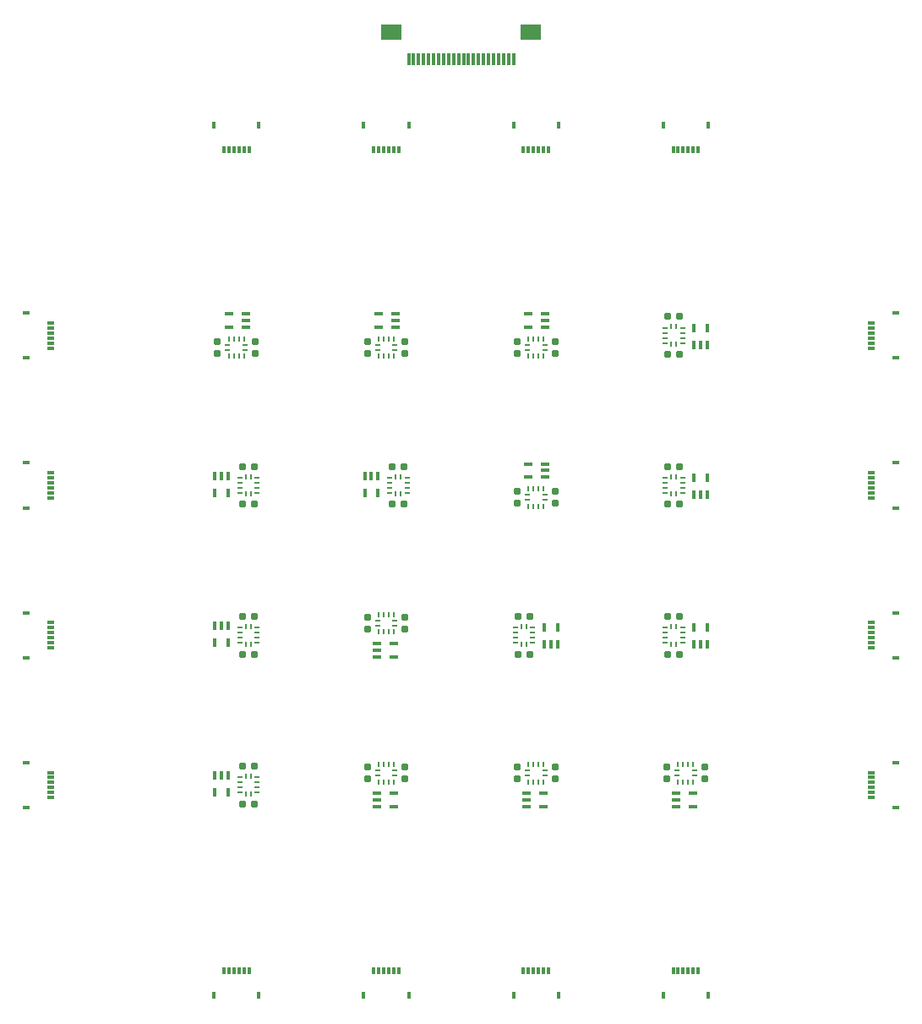
<source format=gbr>
%TF.GenerationSoftware,KiCad,Pcbnew,8.0.4-rc2-202407082205~7740c66479~ubuntu22.04.1*%
%TF.CreationDate,2024-07-19T14:57:39+01:00*%
%TF.ProjectId,LIS2DH_array,4c495332-4448-45f6-9172-7261792e6b69,rev?*%
%TF.SameCoordinates,Original*%
%TF.FileFunction,Soldermask,Top*%
%TF.FilePolarity,Negative*%
%FSLAX46Y46*%
G04 Gerber Fmt 4.6, Leading zero omitted, Abs format (unit mm)*
G04 Created by KiCad (PCBNEW 8.0.4-rc2-202407082205~7740c66479~ubuntu22.04.1) date 2024-07-19 14:57:39*
%MOMM*%
%LPD*%
G01*
G04 APERTURE LIST*
G04 Aperture macros list*
%AMRoundRect*
0 Rectangle with rounded corners*
0 $1 Rounding radius*
0 $2 $3 $4 $5 $6 $7 $8 $9 X,Y pos of 4 corners*
0 Add a 4 corners polygon primitive as box body*
4,1,4,$2,$3,$4,$5,$6,$7,$8,$9,$2,$3,0*
0 Add four circle primitives for the rounded corners*
1,1,$1+$1,$2,$3*
1,1,$1+$1,$4,$5*
1,1,$1+$1,$6,$7*
1,1,$1+$1,$8,$9*
0 Add four rect primitives between the rounded corners*
20,1,$1+$1,$2,$3,$4,$5,0*
20,1,$1+$1,$4,$5,$6,$7,0*
20,1,$1+$1,$6,$7,$8,$9,0*
20,1,$1+$1,$8,$9,$2,$3,0*%
G04 Aperture macros list end*
%ADD10R,0.280000X0.500000*%
%ADD11R,0.500000X0.280000*%
%ADD12R,0.840000X0.320000*%
%ADD13R,0.800000X0.300000*%
%ADD14R,0.800000X0.400000*%
%ADD15RoundRect,0.155000X-0.212500X-0.155000X0.212500X-0.155000X0.212500X0.155000X-0.212500X0.155000X0*%
%ADD16RoundRect,0.155000X-0.155000X0.212500X-0.155000X-0.212500X0.155000X-0.212500X0.155000X0.212500X0*%
%ADD17R,0.300000X0.800000*%
%ADD18R,0.400000X0.800000*%
%ADD19RoundRect,0.155000X0.212500X0.155000X-0.212500X0.155000X-0.212500X-0.155000X0.212500X-0.155000X0*%
%ADD20R,0.320000X0.840000*%
%ADD21RoundRect,0.155000X0.155000X-0.212500X0.155000X0.212500X-0.155000X0.212500X-0.155000X-0.212500X0*%
%ADD22R,0.300000X1.300000*%
%ADD23R,2.000000X1.600000*%
G04 APERTURE END LIST*
D10*
%TO.C,U7*%
X130750000Y-95320000D03*
X130250000Y-95320000D03*
X129750000Y-95320000D03*
X129250000Y-95320000D03*
D11*
X129120000Y-95950000D03*
X129120000Y-96450000D03*
D10*
X129250000Y-97080000D03*
X129750000Y-97080000D03*
X130250000Y-97080000D03*
X130750000Y-97080000D03*
D11*
X130880000Y-96450000D03*
X130880000Y-95950000D03*
%TD*%
D12*
%TO.C,U26*%
X114080000Y-110850000D03*
X114080000Y-111500000D03*
X114080000Y-112150000D03*
X115760000Y-112150000D03*
X115760000Y-110850000D03*
%TD*%
D13*
%TO.C,FPC12*%
X163590000Y-111250000D03*
X163590000Y-110750000D03*
X163590000Y-110250000D03*
X163590000Y-109750000D03*
X163590000Y-109250000D03*
X163590000Y-108750000D03*
D14*
X166090000Y-107750000D03*
X166090000Y-112250000D03*
%TD*%
D15*
%TO.C,C22*%
X128232500Y-108100000D03*
X129367500Y-108100000D03*
%TD*%
D16*
%TO.C,C29*%
X128100000Y-123232500D03*
X128100000Y-124367500D03*
%TD*%
%TO.C,C20*%
X116900000Y-108232500D03*
X116900000Y-109367500D03*
%TD*%
D13*
%TO.C,FPC5*%
X81410000Y-93750000D03*
X81410000Y-94250000D03*
X81410000Y-94750000D03*
X81410000Y-95250000D03*
X81410000Y-95750000D03*
X81410000Y-96250000D03*
D14*
X78910000Y-97250000D03*
X78910000Y-92750000D03*
%TD*%
D12*
%TO.C,U23*%
X130920000Y-94150000D03*
X130920000Y-93500000D03*
X130920000Y-92850000D03*
X129240000Y-92850000D03*
X129240000Y-94150000D03*
%TD*%
D16*
%TO.C,C31*%
X143100000Y-123232500D03*
X143100000Y-124367500D03*
%TD*%
%TO.C,C27*%
X113100000Y-123232500D03*
X113100000Y-124367500D03*
%TD*%
D17*
%TO.C,FPC14*%
X113750000Y-143590000D03*
X114250000Y-143590000D03*
X114750000Y-143590000D03*
X115250000Y-143590000D03*
X115750000Y-143590000D03*
X116250000Y-143590000D03*
D18*
X117250000Y-146090000D03*
X112750000Y-146090000D03*
%TD*%
D10*
%TO.C,U14*%
X114250000Y-124680000D03*
X114750000Y-124680000D03*
X115250000Y-124680000D03*
X115750000Y-124680000D03*
D11*
X115880000Y-124050000D03*
X115880000Y-123550000D03*
D10*
X115750000Y-122920000D03*
X115250000Y-122920000D03*
X114750000Y-122920000D03*
X114250000Y-122920000D03*
D11*
X114120000Y-123550000D03*
X114120000Y-124050000D03*
%TD*%
%TO.C,U13*%
X100320000Y-124250000D03*
X100320000Y-124750000D03*
X100320000Y-125250000D03*
X100320000Y-125750000D03*
D10*
X100950000Y-125880000D03*
X101450000Y-125880000D03*
D11*
X102080000Y-125750000D03*
X102080000Y-125250000D03*
X102080000Y-124750000D03*
X102080000Y-124250000D03*
D10*
X101450000Y-124120000D03*
X100950000Y-124120000D03*
%TD*%
D12*
%TO.C,U19*%
X130920000Y-79150000D03*
X130920000Y-78500000D03*
X130920000Y-77850000D03*
X129240000Y-77850000D03*
X129240000Y-79150000D03*
%TD*%
D11*
%TO.C,U8*%
X144680000Y-95750000D03*
X144680000Y-95250000D03*
X144680000Y-94750000D03*
X144680000Y-94250000D03*
D10*
X144050000Y-94120000D03*
X143550000Y-94120000D03*
D11*
X142920000Y-94250000D03*
X142920000Y-94750000D03*
X142920000Y-95250000D03*
X142920000Y-95750000D03*
D10*
X143550000Y-95880000D03*
X144050000Y-95880000D03*
%TD*%
%TO.C,U16*%
X144250000Y-124680000D03*
X144750000Y-124680000D03*
X145250000Y-124680000D03*
X145750000Y-124680000D03*
D11*
X145880000Y-124050000D03*
X145880000Y-123550000D03*
D10*
X145750000Y-122920000D03*
X145250000Y-122920000D03*
X144750000Y-122920000D03*
X144250000Y-122920000D03*
D11*
X144120000Y-123550000D03*
X144120000Y-124050000D03*
%TD*%
D17*
%TO.C,FPC16*%
X143750000Y-143590000D03*
X144250000Y-143590000D03*
X144750000Y-143590000D03*
X145250000Y-143590000D03*
X145750000Y-143590000D03*
X146250000Y-143590000D03*
D18*
X147250000Y-146090000D03*
X142750000Y-146090000D03*
%TD*%
D16*
%TO.C,C32*%
X146900000Y-123232500D03*
X146900000Y-124367500D03*
%TD*%
D13*
%TO.C,FPC13*%
X81410000Y-123750000D03*
X81410000Y-124250000D03*
X81410000Y-124750000D03*
X81410000Y-125250000D03*
X81410000Y-125750000D03*
X81410000Y-126250000D03*
D14*
X78910000Y-127250000D03*
X78910000Y-122750000D03*
%TD*%
D13*
%TO.C,FPC8*%
X163590000Y-96250000D03*
X163590000Y-95750000D03*
X163590000Y-95250000D03*
X163590000Y-94750000D03*
X163590000Y-94250000D03*
X163590000Y-93750000D03*
D14*
X166090000Y-92750000D03*
X166090000Y-97250000D03*
%TD*%
D19*
%TO.C,C12*%
X116767500Y-96900000D03*
X115632500Y-96900000D03*
%TD*%
D20*
%TO.C,U22*%
X114150000Y-94080000D03*
X113500000Y-94080000D03*
X112850000Y-94080000D03*
X112850000Y-95760000D03*
X114150000Y-95760000D03*
%TD*%
D21*
%TO.C,C6*%
X128100000Y-81767500D03*
X128100000Y-80632500D03*
%TD*%
D15*
%TO.C,C7*%
X143232500Y-81900000D03*
X144367500Y-81900000D03*
%TD*%
%TO.C,C23*%
X143232500Y-111900000D03*
X144367500Y-111900000D03*
%TD*%
D20*
%TO.C,U27*%
X130850000Y-110920000D03*
X131500000Y-110920000D03*
X132150000Y-110920000D03*
X132150000Y-109240000D03*
X130850000Y-109240000D03*
%TD*%
D17*
%TO.C,FPC3*%
X131250000Y-61410000D03*
X130750000Y-61410000D03*
X130250000Y-61410000D03*
X129750000Y-61410000D03*
X129250000Y-61410000D03*
X128750000Y-61410000D03*
D18*
X127750000Y-58910000D03*
X132250000Y-58910000D03*
%TD*%
D13*
%TO.C,FPC4*%
X163590000Y-81250000D03*
X163590000Y-80750000D03*
X163590000Y-80250000D03*
X163590000Y-79750000D03*
X163590000Y-79250000D03*
X163590000Y-78750000D03*
D14*
X166090000Y-77750000D03*
X166090000Y-82250000D03*
%TD*%
D21*
%TO.C,C14*%
X128100000Y-96767500D03*
X128100000Y-95632500D03*
%TD*%
D22*
%TO.C,FPC17*%
X117250000Y-52287500D03*
X117750000Y-52287500D03*
X118250000Y-52287500D03*
X118750000Y-52287500D03*
X119250000Y-52287500D03*
X119750000Y-52287500D03*
X120250000Y-52287500D03*
X120750000Y-52287500D03*
X121250000Y-52287500D03*
X121750000Y-52287500D03*
X122250000Y-52287500D03*
X122750000Y-52287500D03*
X123250000Y-52287500D03*
X123750000Y-52287500D03*
X124250000Y-52287500D03*
X124750000Y-52287500D03*
X125250000Y-52287500D03*
X125750000Y-52287500D03*
X126250000Y-52287500D03*
X126750000Y-52287500D03*
X127250000Y-52287500D03*
X127750000Y-52287500D03*
D23*
X129450000Y-49607500D03*
X115550000Y-49607500D03*
%TD*%
D20*
%TO.C,U24*%
X145850000Y-95920000D03*
X146500000Y-95920000D03*
X147150000Y-95920000D03*
X147150000Y-94240000D03*
X145850000Y-94240000D03*
%TD*%
%TO.C,U25*%
X99150000Y-109080000D03*
X98500000Y-109080000D03*
X97850000Y-109080000D03*
X97850000Y-110760000D03*
X99150000Y-110760000D03*
%TD*%
D11*
%TO.C,U11*%
X129680000Y-110750000D03*
X129680000Y-110250000D03*
X129680000Y-109750000D03*
X129680000Y-109250000D03*
D10*
X129050000Y-109120000D03*
X128550000Y-109120000D03*
D11*
X127920000Y-109250000D03*
X127920000Y-109750000D03*
X127920000Y-110250000D03*
X127920000Y-110750000D03*
D10*
X128550000Y-110880000D03*
X129050000Y-110880000D03*
%TD*%
D16*
%TO.C,C19*%
X113100000Y-108232500D03*
X113100000Y-109367500D03*
%TD*%
D19*
%TO.C,C11*%
X116767500Y-93100000D03*
X115632500Y-93100000D03*
%TD*%
D16*
%TO.C,C28*%
X116900000Y-123232500D03*
X116900000Y-124367500D03*
%TD*%
D10*
%TO.C,U3*%
X130750000Y-80320000D03*
X130250000Y-80320000D03*
X129750000Y-80320000D03*
X129250000Y-80320000D03*
D11*
X129120000Y-80950000D03*
X129120000Y-81450000D03*
D10*
X129250000Y-82080000D03*
X129750000Y-82080000D03*
X130250000Y-82080000D03*
X130750000Y-82080000D03*
D11*
X130880000Y-81450000D03*
X130880000Y-80950000D03*
%TD*%
D15*
%TO.C,C8*%
X143232500Y-78100000D03*
X144367500Y-78100000D03*
%TD*%
D21*
%TO.C,C13*%
X131900000Y-96767500D03*
X131900000Y-95632500D03*
%TD*%
%TO.C,C4*%
X113100000Y-81767500D03*
X113100000Y-80632500D03*
%TD*%
D17*
%TO.C,FPC1*%
X101250000Y-61410000D03*
X100750000Y-61410000D03*
X100250000Y-61410000D03*
X99750000Y-61410000D03*
X99250000Y-61410000D03*
X98750000Y-61410000D03*
D18*
X97750000Y-58910000D03*
X102250000Y-58910000D03*
%TD*%
D13*
%TO.C,FPC11*%
X163590000Y-126250000D03*
X163590000Y-125750000D03*
X163590000Y-125250000D03*
X163590000Y-124750000D03*
X163590000Y-124250000D03*
X163590000Y-123750000D03*
D14*
X166090000Y-122750000D03*
X166090000Y-127250000D03*
%TD*%
D21*
%TO.C,C1*%
X101900000Y-81767500D03*
X101900000Y-80632500D03*
%TD*%
%TO.C,C3*%
X116900000Y-81767500D03*
X116900000Y-80632500D03*
%TD*%
%TO.C,C5*%
X131900000Y-81767500D03*
X131900000Y-80632500D03*
%TD*%
D11*
%TO.C,U5*%
X100320000Y-94250000D03*
X100320000Y-94750000D03*
X100320000Y-95250000D03*
X100320000Y-95750000D03*
D10*
X100950000Y-95880000D03*
X101450000Y-95880000D03*
D11*
X102080000Y-95750000D03*
X102080000Y-95250000D03*
X102080000Y-94750000D03*
X102080000Y-94250000D03*
D10*
X101450000Y-94120000D03*
X100950000Y-94120000D03*
%TD*%
D11*
%TO.C,U6*%
X115320000Y-94250000D03*
X115320000Y-94750000D03*
X115320000Y-95250000D03*
X115320000Y-95750000D03*
D10*
X115950000Y-95880000D03*
X116450000Y-95880000D03*
D11*
X117080000Y-95750000D03*
X117080000Y-95250000D03*
X117080000Y-94750000D03*
X117080000Y-94250000D03*
D10*
X116450000Y-94120000D03*
X115950000Y-94120000D03*
%TD*%
D17*
%TO.C,FPC15*%
X128750000Y-143590000D03*
X129250000Y-143590000D03*
X129750000Y-143590000D03*
X130250000Y-143590000D03*
X130750000Y-143590000D03*
X131250000Y-143590000D03*
D18*
X132250000Y-146090000D03*
X127750000Y-146090000D03*
%TD*%
D12*
%TO.C,U30*%
X114080000Y-125850000D03*
X114080000Y-126500000D03*
X114080000Y-127150000D03*
X115760000Y-127150000D03*
X115760000Y-125850000D03*
%TD*%
D20*
%TO.C,U21*%
X99150000Y-94080000D03*
X98500000Y-94080000D03*
X97850000Y-94080000D03*
X97850000Y-95760000D03*
X99150000Y-95760000D03*
%TD*%
D12*
%TO.C,U32*%
X144080000Y-125850000D03*
X144080000Y-126500000D03*
X144080000Y-127150000D03*
X145760000Y-127150000D03*
X145760000Y-125850000D03*
%TD*%
D19*
%TO.C,C26*%
X101767500Y-126900000D03*
X100632500Y-126900000D03*
%TD*%
%TO.C,C25*%
X101767500Y-123100000D03*
X100632500Y-123100000D03*
%TD*%
%TO.C,C18*%
X101767500Y-111900000D03*
X100632500Y-111900000D03*
%TD*%
D10*
%TO.C,U15*%
X129250000Y-124680000D03*
X129750000Y-124680000D03*
X130250000Y-124680000D03*
X130750000Y-124680000D03*
D11*
X130880000Y-124050000D03*
X130880000Y-123550000D03*
D10*
X130750000Y-122920000D03*
X130250000Y-122920000D03*
X129750000Y-122920000D03*
X129250000Y-122920000D03*
D11*
X129120000Y-123550000D03*
X129120000Y-124050000D03*
%TD*%
%TO.C,U4*%
X144680000Y-80750000D03*
X144680000Y-80250000D03*
X144680000Y-79750000D03*
X144680000Y-79250000D03*
D10*
X144050000Y-79120000D03*
X143550000Y-79120000D03*
D11*
X142920000Y-79250000D03*
X142920000Y-79750000D03*
X142920000Y-80250000D03*
X142920000Y-80750000D03*
D10*
X143550000Y-80880000D03*
X144050000Y-80880000D03*
%TD*%
D17*
%TO.C,FPC7*%
X146250000Y-61410000D03*
X145750000Y-61410000D03*
X145250000Y-61410000D03*
X144750000Y-61410000D03*
X144250000Y-61410000D03*
X143750000Y-61410000D03*
D18*
X142750000Y-58910000D03*
X147250000Y-58910000D03*
%TD*%
D17*
%TO.C,FPC10*%
X98750000Y-143590000D03*
X99250000Y-143590000D03*
X99750000Y-143590000D03*
X100250000Y-143590000D03*
X100750000Y-143590000D03*
X101250000Y-143590000D03*
D18*
X102250000Y-146090000D03*
X97750000Y-146090000D03*
%TD*%
D19*
%TO.C,C17*%
X101767500Y-108100000D03*
X100632500Y-108100000D03*
%TD*%
D10*
%TO.C,U2*%
X115750000Y-80320000D03*
X115250000Y-80320000D03*
X114750000Y-80320000D03*
X114250000Y-80320000D03*
D11*
X114120000Y-80950000D03*
X114120000Y-81450000D03*
D10*
X114250000Y-82080000D03*
X114750000Y-82080000D03*
X115250000Y-82080000D03*
X115750000Y-82080000D03*
D11*
X115880000Y-81450000D03*
X115880000Y-80950000D03*
%TD*%
D19*
%TO.C,C9*%
X101767500Y-93100000D03*
X100632500Y-93100000D03*
%TD*%
D11*
%TO.C,U12*%
X144680000Y-110750000D03*
X144680000Y-110250000D03*
X144680000Y-109750000D03*
X144680000Y-109250000D03*
D10*
X144050000Y-109120000D03*
X143550000Y-109120000D03*
D11*
X142920000Y-109250000D03*
X142920000Y-109750000D03*
X142920000Y-110250000D03*
X142920000Y-110750000D03*
D10*
X143550000Y-110880000D03*
X144050000Y-110880000D03*
%TD*%
D15*
%TO.C,C24*%
X143232500Y-108100000D03*
X144367500Y-108100000D03*
%TD*%
D10*
%TO.C,U10*%
X114250000Y-109680000D03*
X114750000Y-109680000D03*
X115250000Y-109680000D03*
X115750000Y-109680000D03*
D11*
X115880000Y-109050000D03*
X115880000Y-108550000D03*
D10*
X115750000Y-107920000D03*
X115250000Y-107920000D03*
X114750000Y-107920000D03*
X114250000Y-107920000D03*
D11*
X114120000Y-108550000D03*
X114120000Y-109050000D03*
%TD*%
D12*
%TO.C,U17*%
X100920000Y-79150000D03*
X100920000Y-78500000D03*
X100920000Y-77850000D03*
X99240000Y-77850000D03*
X99240000Y-79150000D03*
%TD*%
D11*
%TO.C,U9*%
X100320000Y-109250000D03*
X100320000Y-109750000D03*
X100320000Y-110250000D03*
X100320000Y-110750000D03*
D10*
X100950000Y-110880000D03*
X101450000Y-110880000D03*
D11*
X102080000Y-110750000D03*
X102080000Y-110250000D03*
X102080000Y-109750000D03*
X102080000Y-109250000D03*
D10*
X101450000Y-109120000D03*
X100950000Y-109120000D03*
%TD*%
D12*
%TO.C,U31*%
X129080000Y-125850000D03*
X129080000Y-126500000D03*
X129080000Y-127150000D03*
X130760000Y-127150000D03*
X130760000Y-125850000D03*
%TD*%
%TO.C,U18*%
X115920000Y-79150000D03*
X115920000Y-78500000D03*
X115920000Y-77850000D03*
X114240000Y-77850000D03*
X114240000Y-79150000D03*
%TD*%
D13*
%TO.C,FPC6*%
X81410000Y-78750000D03*
X81410000Y-79250000D03*
X81410000Y-79750000D03*
X81410000Y-80250000D03*
X81410000Y-80750000D03*
X81410000Y-81250000D03*
D14*
X78910000Y-82250000D03*
X78910000Y-77750000D03*
%TD*%
D15*
%TO.C,C15*%
X143232500Y-96900000D03*
X144367500Y-96900000D03*
%TD*%
D19*
%TO.C,C10*%
X101767500Y-96900000D03*
X100632500Y-96900000D03*
%TD*%
D15*
%TO.C,C21*%
X128232500Y-111900000D03*
X129367500Y-111900000D03*
%TD*%
D20*
%TO.C,U28*%
X145850000Y-110920000D03*
X146500000Y-110920000D03*
X147150000Y-110920000D03*
X147150000Y-109240000D03*
X145850000Y-109240000D03*
%TD*%
D15*
%TO.C,C16*%
X143232500Y-93100000D03*
X144367500Y-93100000D03*
%TD*%
D16*
%TO.C,C30*%
X131900000Y-123232500D03*
X131900000Y-124367500D03*
%TD*%
D20*
%TO.C,U20*%
X145850000Y-80920000D03*
X146500000Y-80920000D03*
X147150000Y-80920000D03*
X147150000Y-79240000D03*
X145850000Y-79240000D03*
%TD*%
D17*
%TO.C,FPC2*%
X116250000Y-61410000D03*
X115750000Y-61410000D03*
X115250000Y-61410000D03*
X114750000Y-61410000D03*
X114250000Y-61410000D03*
X113750000Y-61410000D03*
D18*
X112750000Y-58910000D03*
X117250000Y-58910000D03*
%TD*%
D13*
%TO.C,FPC9*%
X81410000Y-108750000D03*
X81410000Y-109250000D03*
X81410000Y-109750000D03*
X81410000Y-110250000D03*
X81410000Y-110750000D03*
X81410000Y-111250000D03*
D14*
X78910000Y-112250000D03*
X78910000Y-107750000D03*
%TD*%
D20*
%TO.C,U29*%
X99150000Y-124080000D03*
X98500000Y-124080000D03*
X97850000Y-124080000D03*
X97850000Y-125760000D03*
X99150000Y-125760000D03*
%TD*%
D21*
%TO.C,C2*%
X98100000Y-81767500D03*
X98100000Y-80632500D03*
%TD*%
D10*
%TO.C,U1*%
X100750000Y-80320000D03*
X100250000Y-80320000D03*
X99750000Y-80320000D03*
X99250000Y-80320000D03*
D11*
X99120000Y-80950000D03*
X99120000Y-81450000D03*
D10*
X99250000Y-82080000D03*
X99750000Y-82080000D03*
X100250000Y-82080000D03*
X100750000Y-82080000D03*
D11*
X100880000Y-81450000D03*
X100880000Y-80950000D03*
%TD*%
M02*

</source>
